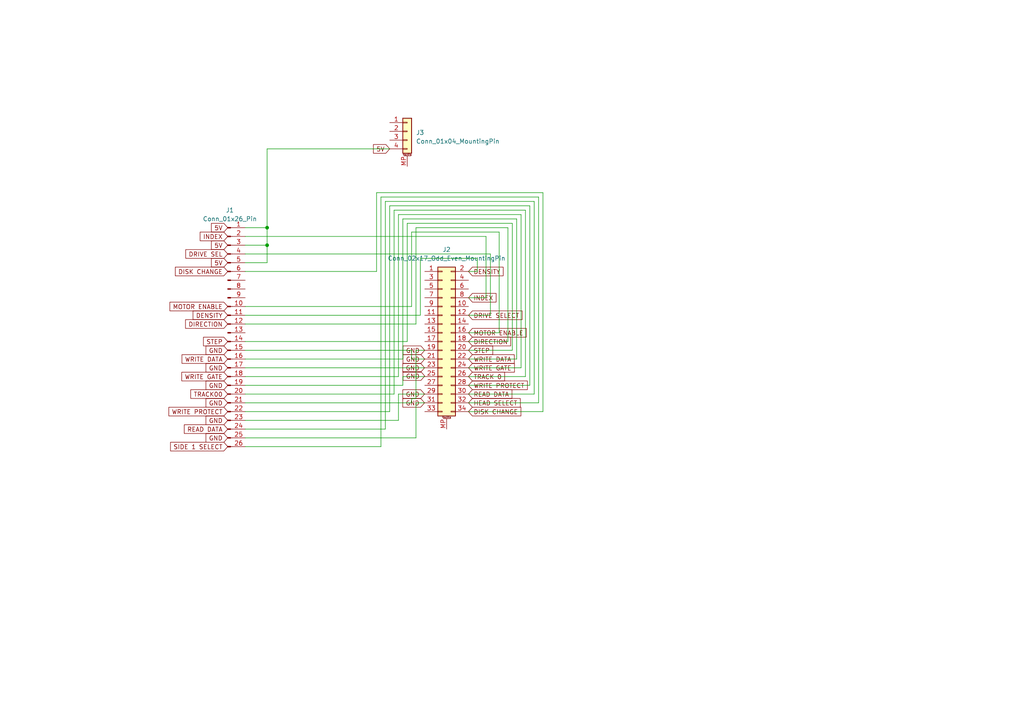
<source format=kicad_sch>
(kicad_sch (version 20250114) (generator "eeschema") (generator_version "9.0")
  (paper "A4")
  (lib_symbols
    (symbol "Connector:Conn_01x26_Pin" (pin_names (offset 1.016) (hide yes))
      (property "Reference" "J" (at 0 33.02 0))
      (property "Value" "Conn_01x26_Pin" (at 0 -35.56 0))
      (symbol "Conn_01x26_Pin_1_1"
        (rectangle (start 0.8636 30.607) (end 0 30.353) (stroke (width 0.1524)) (fill (type outline)))
        (rectangle (start 0.8636 28.067) (end 0 27.813) (stroke (width 0.1524)) (fill (type outline)))
        (rectangle (start 0.8636 25.527) (end 0 25.273) (stroke (width 0.1524)) (fill (type outline)))
        (rectangle (start 0.8636 22.987) (end 0 22.733) (stroke (width 0.1524)) (fill (type outline)))
        (rectangle (start 0.8636 20.447) (end 0 20.193) (stroke (width 0.1524)) (fill (type outline)))
        (rectangle (start 0.8636 17.907) (end 0 17.653) (stroke (width 0.1524)) (fill (type outline)))
        (rectangle (start 0.8636 15.367) (end 0 15.113) (stroke (width 0.1524)) (fill (type outline)))
        (rectangle (start 0.8636 12.827) (end 0 12.573) (stroke (width 0.1524)) (fill (type outline)))
        (rectangle (start 0.8636 10.287) (end 0 10.033) (stroke (width 0.1524)) (fill (type outline)))
        (rectangle (start 0.8636 7.747) (end 0 7.493) (stroke (width 0.1524)) (fill (type outline)))
        (rectangle (start 0.8636 5.207) (end 0 4.953) (stroke (width 0.1524)) (fill (type outline)))
        (rectangle (start 0.8636 2.667) (end 0 2.413) (stroke (width 0.1524)) (fill (type outline)))
        (rectangle (start 0.8636 0.127) (end 0 -0.127) (stroke (width 0.1524)) (fill (type outline)))
        (rectangle (start 0.8636 -2.413) (end 0 -2.667) (stroke (width 0.1524)) (fill (type outline)))
        (rectangle (start 0.8636 -4.953) (end 0 -5.207) (stroke (width 0.1524)) (fill (type outline)))
        (rectangle (start 0.8636 -7.493) (end 0 -7.747) (stroke (width 0.1524)) (fill (type outline)))
        (rectangle (start 0.8636 -10.033) (end 0 -10.287) (stroke (width 0.1524)) (fill (type outline)))
        (rectangle (start 0.8636 -12.573) (end 0 -12.827) (stroke (width 0.1524)) (fill (type outline)))
        (rectangle (start 0.8636 -15.113) (end 0 -15.367) (stroke (width 0.1524)) (fill (type outline)))
        (rectangle (start 0.8636 -17.653) (end 0 -17.907) (stroke (width 0.1524)) (fill (type outline)))
        (rectangle (start 0.8636 -20.193) (end 0 -20.447) (stroke (width 0.1524)) (fill (type outline)))
        (rectangle (start 0.8636 -22.733) (end 0 -22.987) (stroke (width 0.1524)) (fill (type outline)))
        (rectangle (start 0.8636 -25.273) (end 0 -25.527) (stroke (width 0.1524)) (fill (type outline)))
        (rectangle (start 0.8636 -27.813) (end 0 -28.067) (stroke (width 0.1524)) (fill (type outline)))
        (rectangle (start 0.8636 -30.353) (end 0 -30.607) (stroke (width 0.1524)) (fill (type outline)))
        (rectangle (start 0.8636 -32.893) (end 0 -33.147) (stroke (width 0.1524)) (fill (type outline)))
        (polyline (pts (xy 1.27 30.48) (xy 0.8636 30.48)) (stroke (width 0.1524)))
        (polyline (pts (xy 1.27 27.94) (xy 0.8636 27.94)) (stroke (width 0.1524)))
        (polyline (pts (xy 1.27 25.4) (xy 0.8636 25.4)) (stroke (width 0.1524)))
        (polyline (pts (xy 1.27 22.86) (xy 0.8636 22.86)) (stroke (width 0.1524)))
        (polyline (pts (xy 1.27 20.32) (xy 0.8636 20.32)) (stroke (width 0.1524)))
        (polyline (pts (xy 1.27 17.78) (xy 0.8636 17.78)) (stroke (width 0.1524)))
        (polyline (pts (xy 1.27 15.24) (xy 0.8636 15.24)) (stroke (width 0.1524)))
        (polyline (pts (xy 1.27 12.7) (xy 0.8636 12.7)) (stroke (width 0.1524)))
        (polyline (pts (xy 1.27 10.16) (xy 0.8636 10.16)) (stroke (width 0.1524)))
        (polyline (pts (xy 1.27 7.62) (xy 0.8636 7.62)) (stroke (width 0.1524)))
        (polyline (pts (xy 1.27 5.08) (xy 0.8636 5.08)) (stroke (width 0.1524)))
        (polyline (pts (xy 1.27 2.54) (xy 0.8636 2.54)) (stroke (width 0.1524)))
        (polyline (pts (xy 1.27 0) (xy 0.8636 0)) (stroke (width 0.1524)))
        (polyline (pts (xy 1.27 -2.54) (xy 0.8636 -2.54)) (stroke (width 0.1524)))
        (polyline (pts (xy 1.27 -5.08) (xy 0.8636 -5.08)) (stroke (width 0.1524)))
        (polyline (pts (xy 1.27 -7.62) (xy 0.8636 -7.62)) (stroke (width 0.1524)))
        (polyline (pts (xy 1.27 -10.16) (xy 0.8636 -10.16)) (stroke (width 0.1524)))
        (polyline (pts (xy 1.27 -12.7) (xy 0.8636 -12.7)) (stroke (width 0.1524)))
        (polyline (pts (xy 1.27 -15.24) (xy 0.8636 -15.24)) (stroke (width 0.1524)))
        (polyline (pts (xy 1.27 -17.78) (xy 0.8636 -17.78)) (stroke (width 0.1524)))
        (polyline (pts (xy 1.27 -20.32) (xy 0.8636 -20.32)) (stroke (width 0.1524)))
        (polyline (pts (xy 1.27 -22.86) (xy 0.8636 -22.86)) (stroke (width 0.1524)))
        (polyline (pts (xy 1.27 -25.4) (xy 0.8636 -25.4)) (stroke (width 0.1524)))
        (polyline (pts (xy 1.27 -27.94) (xy 0.8636 -27.94)) (stroke (width 0.1524)))
        (polyline (pts (xy 1.27 -30.48) (xy 0.8636 -30.48)) (stroke (width 0.1524)))
        (polyline (pts (xy 1.27 -33.02) (xy 0.8636 -33.02)) (stroke (width 0.1524)))
        (pin passive line (at 5.08 30.48 180) (length 3.81) (name "Pin_1") (number "1"))
        (pin passive line (at 5.08 27.94 180) (length 3.81) (name "Pin_2") (number "2"))
        (pin passive line (at 5.08 25.4 180) (length 3.81) (name "Pin_3") (number "3"))
        (pin passive line (at 5.08 22.86 180) (length 3.81) (name "Pin_4") (number "4"))
        (pin passive line (at 5.08 20.32 180) (length 3.81) (name "Pin_5") (number "5"))
        (pin passive line (at 5.08 17.78 180) (length 3.81) (name "Pin_6") (number "6"))
        (pin passive line (at 5.08 15.24 180) (length 3.81) (name "Pin_7") (number "7"))
        (pin passive line (at 5.08 12.7 180) (length 3.81) (name "Pin_8") (number "8"))
        (pin passive line (at 5.08 10.16 180) (length 3.81) (name "Pin_9") (number "9"))
        (pin passive line (at 5.08 7.62 180) (length 3.81) (name "Pin_10") (number "10"))
        (pin passive line (at 5.08 5.08 180) (length 3.81) (name "Pin_11") (number "11"))
        (pin passive line (at 5.08 2.54 180) (length 3.81) (name "Pin_12") (number "12"))
        (pin passive line (at 5.08 0 180) (length 3.81) (name "Pin_13") (number "13"))
        (pin passive line (at 5.08 -2.54 180) (length 3.81) (name "Pin_14") (number "14"))
        (pin passive line (at 5.08 -5.08 180) (length 3.81) (name "Pin_15") (number "15"))
        (pin passive line (at 5.08 -7.62 180) (length 3.81) (name "Pin_16") (number "16"))
        (pin passive line (at 5.08 -10.16 180) (length 3.81) (name "Pin_17") (number "17"))
        (pin passive line (at 5.08 -12.7 180) (length 3.81) (name "Pin_18") (number "18"))
        (pin passive line (at 5.08 -15.24 180) (length 3.81) (name "Pin_19") (number "19"))
        (pin passive line (at 5.08 -17.78 180) (length 3.81) (name "Pin_20") (number "20"))
        (pin passive line (at 5.08 -20.32 180) (length 3.81) (name "Pin_21") (number "21"))
        (pin passive line (at 5.08 -22.86 180) (length 3.81) (name "Pin_22") (number "22"))
        (pin passive line (at 5.08 -25.4 180) (length 3.81) (name "Pin_23") (number "23"))
        (pin passive line (at 5.08 -27.94 180) (length 3.81) (name "Pin_24") (number "24"))
        (pin passive line (at 5.08 -30.48 180) (length 3.81) (name "Pin_25") (number "25"))
        (pin passive line (at 5.08 -33.02 180) (length 3.81) (name "Pin_26") (number "26"))
      )
    )
    (symbol "Connector_Generic_MountingPin:Conn_01x04_MountingPin" (pin_names (offset 1.016) (hide yes))
      (property "Reference" "J" (at 0 5.08 0))
      (property "Value" "Conn_01x04_MountingPin" (at 1.27 -7.62 0))
      (symbol "Conn_01x04_MountingPin_1_1"
        (rectangle (start -1.27 3.81) (end 1.27 -6.35) (stroke (width 0.254)) (fill (type background)))
        (rectangle (start -1.27 2.667) (end 0 2.413) (stroke (width 0.1524)))
        (rectangle (start -1.27 0.127) (end 0 -0.127) (stroke (width 0.1524)))
        (rectangle (start -1.27 -2.413) (end 0 -2.667) (stroke (width 0.1524)))
        (rectangle (start -1.27 -4.953) (end 0 -5.207) (stroke (width 0.1524)))
        (polyline (pts (xy -1.016 -7.112) (xy 1.016 -7.112)) (stroke (width 0.1524)))
        (text "Mounting" (at 0 -6.731 0) (effects (font (size 0.381 0.381))))
        (pin passive line (at -5.08 2.54 0) (length 3.81) (name "Pin_1") (number "1"))
        (pin passive line (at -5.08 0 0) (length 3.81) (name "Pin_2") (number "2"))
        (pin passive line (at -5.08 -2.54 0) (length 3.81) (name "Pin_3") (number "3"))
        (pin passive line (at -5.08 -5.08 0) (length 3.81) (name "Pin_4") (number "4"))
        (pin passive line (at 0 -10.16 90) (length 3.048) (name "MountPin") (number "MP"))
      )
    )
    (symbol "Connector_Generic_MountingPin:Conn_02x17_Odd_Even_MountingPin" (pin_names (offset 1.016) (hide yes))
      (property "Reference" "J" (at 1.27 22.86 0))
      (property "Value" "Conn_02x17_Odd_Even_MountingPin" (at 2.54 -22.86 0))
      (symbol "Conn_02x17_Odd_Even_MountingPin_1_1"
        (rectangle (start -1.27 21.59) (end 3.81 -21.59) (stroke (width 0.254)) (fill (type background)))
        (rectangle (start -1.27 20.447) (end 0 20.193) (stroke (width 0.1524)))
        (rectangle (start -1.27 17.907) (end 0 17.653) (stroke (width 0.1524)))
        (rectangle (start -1.27 15.367) (end 0 15.113) (stroke (width 0.1524)))
        (rectangle (start -1.27 12.827) (end 0 12.573) (stroke (width 0.1524)))
        (rectangle (start -1.27 10.287) (end 0 10.033) (stroke (width 0.1524)))
        (rectangle (start -1.27 7.747) (end 0 7.493) (stroke (width 0.1524)))
        (rectangle (start -1.27 5.207) (end 0 4.953) (stroke (width 0.1524)))
        (rectangle (start -1.27 2.667) (end 0 2.413) (stroke (width 0.1524)))
        (rectangle (start -1.27 0.127) (end 0 -0.127) (stroke (width 0.1524)))
        (rectangle (start -1.27 -2.413) (end 0 -2.667) (stroke (width 0.1524)))
        (rectangle (start -1.27 -4.953) (end 0 -5.207) (stroke (width 0.1524)))
        (rectangle (start -1.27 -7.493) (end 0 -7.747) (stroke (width 0.1524)))
        (rectangle (start -1.27 -10.033) (end 0 -10.287) (stroke (width 0.1524)))
        (rectangle (start -1.27 -12.573) (end 0 -12.827) (stroke (width 0.1524)))
        (rectangle (start -1.27 -15.113) (end 0 -15.367) (stroke (width 0.1524)))
        (rectangle (start -1.27 -17.653) (end 0 -17.907) (stroke (width 0.1524)))
        (rectangle (start -1.27 -20.193) (end 0 -20.447) (stroke (width 0.1524)))
        (polyline (pts (xy 0.254 -22.352) (xy 2.286 -22.352)) (stroke (width 0.1524)))
        (rectangle (start 3.81 20.447) (end 2.54 20.193) (stroke (width 0.1524)))
        (rectangle (start 3.81 17.907) (end 2.54 17.653) (stroke (width 0.1524)))
        (rectangle (start 3.81 15.367) (end 2.54 15.113) (stroke (width 0.1524)))
        (rectangle (start 3.81 12.827) (end 2.54 12.573) (stroke (width 0.1524)))
        (rectangle (start 3.81 10.287) (end 2.54 10.033) (stroke (width 0.1524)))
        (rectangle (start 3.81 7.747) (end 2.54 7.493) (stroke (width 0.1524)))
        (rectangle (start 3.81 5.207) (end 2.54 4.953) (stroke (width 0.1524)))
        (rectangle (start 3.81 2.667) (end 2.54 2.413) (stroke (width 0.1524)))
        (rectangle (start 3.81 0.127) (end 2.54 -0.127) (stroke (width 0.1524)))
        (rectangle (start 3.81 -2.413) (end 2.54 -2.667) (stroke (width 0.1524)))
        (rectangle (start 3.81 -4.953) (end 2.54 -5.207) (stroke (width 0.1524)))
        (rectangle (start 3.81 -7.493) (end 2.54 -7.747) (stroke (width 0.1524)))
        (rectangle (start 3.81 -10.033) (end 2.54 -10.287) (stroke (width 0.1524)))
        (rectangle (start 3.81 -12.573) (end 2.54 -12.827) (stroke (width 0.1524)))
        (rectangle (start 3.81 -15.113) (end 2.54 -15.367) (stroke (width 0.1524)))
        (rectangle (start 3.81 -17.653) (end 2.54 -17.907) (stroke (width 0.1524)))
        (rectangle (start 3.81 -20.193) (end 2.54 -20.447) (stroke (width 0.1524)))
        (text "Mounting" (at 1.27 -21.971 0) (effects (font (size 0.381 0.381))))
        (pin passive line (at -5.08 20.32 0) (length 3.81) (name "Pin_1") (number "1"))
        (pin passive line (at -5.08 17.78 0) (length 3.81) (name "Pin_3") (number "3"))
        (pin passive line (at -5.08 15.24 0) (length 3.81) (name "Pin_5") (number "5"))
        (pin passive line (at -5.08 12.7 0) (length 3.81) (name "Pin_7") (number "7"))
        (pin passive line (at -5.08 10.16 0) (length 3.81) (name "Pin_9") (number "9"))
        (pin passive line (at -5.08 7.62 0) (length 3.81) (name "Pin_11") (number "11"))
        (pin passive line (at -5.08 5.08 0) (length 3.81) (name "Pin_13") (number "13"))
        (pin passive line (at -5.08 2.54 0) (length 3.81) (name "Pin_15") (number "15"))
        (pin passive line (at -5.08 0 0) (length 3.81) (name "Pin_17") (number "17"))
        (pin passive line (at -5.08 -2.54 0) (length 3.81) (name "Pin_19") (number "19"))
        (pin passive line (at -5.08 -5.08 0) (length 3.81) (name "Pin_21") (number "21"))
        (pin passive line (at -5.08 -7.62 0) (length 3.81) (name "Pin_23") (number "23"))
        (pin passive line (at -5.08 -10.16 0) (length 3.81) (name "Pin_25") (number "25"))
        (pin passive line (at -5.08 -12.7 0) (length 3.81) (name "Pin_27") (number "27"))
        (pin passive line (at -5.08 -15.24 0) (length 3.81) (name "Pin_29") (number "29"))
        (pin passive line (at -5.08 -17.78 0) (length 3.81) (name "Pin_31") (number "31"))
        (pin passive line (at -5.08 -20.32 0) (length 3.81) (name "Pin_33") (number "33"))
        (pin passive line (at 1.27 -25.4 90) (length 3.048) (name "MountPin") (number "MP"))
        (pin passive line (at 7.62 20.32 180) (length 3.81) (name "Pin_2") (number "2"))
        (pin passive line (at 7.62 17.78 180) (length 3.81) (name "Pin_4") (number "4"))
        (pin passive line (at 7.62 15.24 180) (length 3.81) (name "Pin_6") (number "6"))
        (pin passive line (at 7.62 12.7 180) (length 3.81) (name "Pin_8") (number "8"))
        (pin passive line (at 7.62 10.16 180) (length 3.81) (name "Pin_10") (number "10"))
        (pin passive line (at 7.62 7.62 180) (length 3.81) (name "Pin_12") (number "12"))
        (pin passive line (at 7.62 5.08 180) (length 3.81) (name "Pin_14") (number "14"))
        (pin passive line (at 7.62 2.54 180) (length 3.81) (name "Pin_16") (number "16"))
        (pin passive line (at 7.62 0 180) (length 3.81) (name "Pin_18") (number "18"))
        (pin passive line (at 7.62 -2.54 180) (length 3.81) (name "Pin_20") (number "20"))
        (pin passive line (at 7.62 -5.08 180) (length 3.81) (name "Pin_22") (number "22"))
        (pin passive line (at 7.62 -7.62 180) (length 3.81) (name "Pin_24") (number "24"))
        (pin passive line (at 7.62 -10.16 180) (length 3.81) (name "Pin_26") (number "26"))
        (pin passive line (at 7.62 -12.7 180) (length 3.81) (name "Pin_28") (number "28"))
        (pin passive line (at 7.62 -15.24 180) (length 3.81) (name "Pin_30") (number "30"))
        (pin passive line (at 7.62 -17.78 180) (length 3.81) (name "Pin_32") (number "32"))
        (pin passive line (at 7.62 -20.32 180) (length 3.81) (name "Pin_34") (number "34"))
      )
    )
  )
  (junction (at 77.47 66.04))
  (junction (at 77.47 71.12))
  (wire (pts (xy 71.12 93.98) (xy 120.65 93.98)))
  (wire (pts (xy 113.03 119.38) (xy 113.03 59.69)))
  (wire (pts (xy 120.65 115.57) (xy 120.65 101.6)))
  (wire (pts (xy 114.3 60.96) (xy 152.4 60.96)))
  (wire (pts (xy 119.38 88.9) (xy 119.38 67.31)))
  (wire (pts (xy 77.47 71.12) (xy 77.47 76.2)))
  (wire (pts (xy 120.65 66.04) (xy 147.32 66.04)))
  (wire (pts (xy 110.49 57.15) (xy 156.21 57.15)))
  (wire (pts (xy 153.67 59.69) (xy 153.67 111.76)))
  (wire (pts (xy 157.48 119.38) (xy 157.48 55.88)))
  (wire (pts (xy 138.43 74.93) (xy 121.92 74.93)))
  (wire (pts (xy 123.19 104.14) (xy 119.38 104.14)))
  (wire (pts (xy 115.57 109.22) (xy 115.57 62.23)))
  (wire (pts (xy 71.12 124.46) (xy 111.76 124.46)))
  (wire (pts (xy 156.21 116.84) (xy 135.89 116.84)))
  (wire (pts (xy 153.67 111.76) (xy 135.89 111.76)))
  (wire (pts (xy 71.12 99.06) (xy 118.11 99.06)))
  (wire (pts (xy 77.47 66.04) (xy 71.12 66.04)))
  (wire (pts (xy 151.13 106.68) (xy 135.89 106.68)))
  (wire (pts (xy 148.59 64.77) (xy 148.59 101.6)))
  (wire (pts (xy 115.57 121.92) (xy 71.12 121.92)))
  (wire (pts (xy 109.22 55.88) (xy 109.22 78.74)))
  (wire (pts (xy 121.92 74.93) (xy 121.92 91.44)))
  (wire (pts (xy 71.12 129.54) (xy 110.49 129.54)))
  (wire (pts (xy 71.12 116.84) (xy 119.38 116.84)))
  (wire (pts (xy 149.86 104.14) (xy 135.89 104.14)))
  (wire (pts (xy 77.47 43.18) (xy 77.47 66.04)))
  (wire (pts (xy 113.03 59.69) (xy 153.67 59.69)))
  (wire (pts (xy 111.76 124.46) (xy 111.76 58.42)))
  (wire (pts (xy 111.76 58.42) (xy 154.94 58.42)))
  (wire (pts (xy 120.65 101.6) (xy 123.19 101.6)))
  (wire (pts (xy 119.38 101.6) (xy 71.12 101.6)))
  (wire (pts (xy 116.84 109.22) (xy 116.84 111.76)))
  (wire (pts (xy 115.57 62.23) (xy 151.13 62.23)))
  (wire (pts (xy 142.24 73.66) (xy 142.24 91.44)))
  (wire (pts (xy 135.89 78.74) (xy 138.43 78.74)))
  (wire (pts (xy 140.97 86.36) (xy 135.89 86.36)))
  (wire (pts (xy 71.12 114.3) (xy 114.3 114.3)))
  (wire (pts (xy 120.65 116.84) (xy 123.19 116.84)))
  (wire (pts (xy 120.65 127) (xy 120.65 116.84)))
  (wire (pts (xy 116.84 63.5) (xy 149.86 63.5)))
  (wire (pts (xy 123.19 109.22) (xy 116.84 109.22)))
  (wire (pts (xy 154.94 58.42) (xy 154.94 114.3)))
  (wire (pts (xy 157.48 55.88) (xy 109.22 55.88)))
  (wire (pts (xy 116.84 111.76) (xy 71.12 111.76)))
  (wire (pts (xy 71.12 88.9) (xy 119.38 88.9)))
  (wire (pts (xy 121.92 91.44) (xy 71.12 91.44)))
  (wire (pts (xy 135.89 99.06) (xy 147.32 99.06)))
  (wire (pts (xy 71.12 106.68) (xy 123.19 106.68)))
  (wire (pts (xy 156.21 57.15) (xy 156.21 116.84)))
  (wire (pts (xy 110.49 129.54) (xy 110.49 57.15)))
  (wire (pts (xy 135.89 109.22) (xy 152.4 109.22)))
  (wire (pts (xy 118.11 64.77) (xy 148.59 64.77)))
  (wire (pts (xy 144.78 96.52) (xy 135.89 96.52)))
  (wire (pts (xy 152.4 60.96) (xy 152.4 109.22)))
  (wire (pts (xy 148.59 101.6) (xy 135.89 101.6)))
  (wire (pts (xy 77.47 76.2) (xy 71.12 76.2)))
  (wire (pts (xy 119.38 104.14) (xy 119.38 101.6)))
  (wire (pts (xy 144.78 67.31) (xy 144.78 96.52)))
  (wire (pts (xy 109.22 78.74) (xy 71.12 78.74)))
  (wire (pts (xy 77.47 71.12) (xy 71.12 71.12)))
  (wire (pts (xy 71.12 104.14) (xy 116.84 104.14)))
  (wire (pts (xy 119.38 116.84) (xy 119.38 115.57)))
  (wire (pts (xy 135.89 119.38) (xy 157.48 119.38)))
  (wire (pts (xy 138.43 78.74) (xy 138.43 74.93)))
  (wire (pts (xy 154.94 114.3) (xy 135.89 114.3)))
  (wire (pts (xy 77.47 66.04) (xy 77.47 71.12)))
  (wire (pts (xy 151.13 62.23) (xy 151.13 106.68)))
  (wire (pts (xy 71.12 127) (xy 120.65 127)))
  (wire (pts (xy 71.12 68.58) (xy 140.97 68.58)))
  (wire (pts (xy 116.84 104.14) (xy 116.84 63.5)))
  (wire (pts (xy 119.38 115.57) (xy 120.65 115.57)))
  (wire (pts (xy 120.65 93.98) (xy 120.65 66.04)))
  (wire (pts (xy 149.86 63.5) (xy 149.86 104.14)))
  (wire (pts (xy 71.12 119.38) (xy 113.03 119.38)))
  (wire (pts (xy 140.97 68.58) (xy 140.97 86.36)))
  (wire (pts (xy 71.12 109.22) (xy 115.57 109.22)))
  (wire (pts (xy 115.57 114.3) (xy 115.57 121.92)))
  (wire (pts (xy 113.03 43.18) (xy 77.47 43.18)))
  (wire (pts (xy 123.19 114.3) (xy 115.57 114.3)))
  (wire (pts (xy 71.12 73.66) (xy 142.24 73.66)))
  (wire (pts (xy 147.32 66.04) (xy 147.32 99.06)))
  (wire (pts (xy 142.24 91.44) (xy 135.89 91.44)))
  (wire (pts (xy 118.11 99.06) (xy 118.11 64.77)))
  (wire (pts (xy 114.3 114.3) (xy 114.3 60.96)))
  (wire (pts (xy 119.38 67.31) (xy 144.78 67.31)))
  (global_label "HEAD SELECT" (shape input) (at 135.89 116.84 0) (property "Intersheetrefs" "${INTERSHEET_REFS}" (effects (hide yes))))
  (global_label "DIRECTION" (shape input) (at 135.89 99.06 0) (property "Intersheetrefs" "${INTERSHEET_REFS}" (effects (hide yes))))
  (global_label "DISK CHANGE" (shape input) (at 66.04 78.74 180) (property "Intersheetrefs" "${INTERSHEET_REFS}" (effects (hide yes))))
  (global_label "WRITE GATE" (shape input) (at 135.89 106.68 0) (property "Intersheetrefs" "${INTERSHEET_REFS}" (effects (hide yes))))
  (global_label "GND" (shape input) (at 66.04 121.92 180) (property "Intersheetrefs" "${INTERSHEET_REFS}" (effects (hide yes))))
  (global_label "WRITE PROTECT" (shape input) (at 66.04 119.38 180) (property "Intersheetrefs" "${INTERSHEET_REFS}" (effects (hide yes))))
  (global_label "GND" (shape input) (at 66.04 111.76 180) (property "Intersheetrefs" "${INTERSHEET_REFS}" (effects (hide yes))))
  (global_label "READ DATA" (shape input) (at 135.89 114.3 0) (property "Intersheetrefs" "${INTERSHEET_REFS}" (effects (hide yes))))
  (global_label "GND" (shape input) (at 123.1361 106.68 180) (property "Intersheetrefs" "${INTERSHEET_REFS}" (effects (hide yes))))
  (global_label "DENSITY" (shape input) (at 135.89 78.74 0) (property "Intersheetrefs" "${INTERSHEET_REFS}" (effects (hide yes))))
  (global_label "5V" (shape input) (at 66.04 71.12 180) (property "Intersheetrefs" "${INTERSHEET_REFS}" (effects (hide yes))))
  (global_label "DRIVE SELECT" (shape input) (at 135.89 91.44 0) (property "Intersheetrefs" "${INTERSHEET_REFS}" (effects (hide yes))))
  (global_label "DRIVE SEL" (shape input) (at 66.04 73.66 180) (property "Intersheetrefs" "${INTERSHEET_REFS}" (effects (hide yes))))
  (global_label "5V" (shape input) (at 66.04 76.2 180) (property "Intersheetrefs" "${INTERSHEET_REFS}" (effects (hide yes))))
  (global_label "5V" (shape input) (at 113.03 43.18 180) (property "Intersheetrefs" "${INTERSHEET_REFS}" (effects (hide yes))))
  (global_label "TRACK00" (shape input) (at 66.04 114.3 180) (property "Intersheetrefs" "${INTERSHEET_REFS}" (effects (hide yes))))
  (global_label "GND" (shape input) (at 123.1361 114.3 180) (property "Intersheetrefs" "${INTERSHEET_REFS}" (effects (hide yes))))
  (global_label "SIDE 1 SELECT" (shape input) (at 66.04 129.54 180) (property "Intersheetrefs" "${INTERSHEET_REFS}" (effects (hide yes))))
  (global_label "GND" (shape input) (at 123.19 104.14 180) (property "Intersheetrefs" "${INTERSHEET_REFS}" (effects (hide yes))))
  (global_label "TRACK 0" (shape input) (at 135.89 109.22 0) (property "Intersheetrefs" "${INTERSHEET_REFS}" (effects (hide yes))))
  (global_label "GND" (shape input) (at 123.1361 116.84 180) (property "Intersheetrefs" "${INTERSHEET_REFS}" (effects (hide yes))))
  (global_label "GND" (shape input) (at 66.04 116.84 180) (property "Intersheetrefs" "${INTERSHEET_REFS}" (effects (hide yes))))
  (global_label "STEP" (shape input) (at 66.04 99.06 180) (property "Intersheetrefs" "${INTERSHEET_REFS}" (effects (hide yes))))
  (global_label "MOTOR ENABLE" (shape input) (at 135.89 96.52 0) (property "Intersheetrefs" "${INTERSHEET_REFS}" (effects (hide yes))))
  (global_label "5V" (shape input) (at 66.04 66.04 180) (property "Intersheetrefs" "${INTERSHEET_REFS}" (effects (hide yes))))
  (global_label "INDEX" (shape input) (at 135.89 86.36 0) (property "Intersheetrefs" "${INTERSHEET_REFS}" (effects (hide yes))))
  (global_label "WRITE DATA" (shape input) (at 66.04 104.14 180) (property "Intersheetrefs" "${INTERSHEET_REFS}" (effects (hide yes))))
  (global_label "DIRECTION" (shape input) (at 66.04 93.98 180) (property "Intersheetrefs" "${INTERSHEET_REFS}" (effects (hide yes))))
  (global_label "WRITE GATE" (shape input) (at 66.04 109.22 180) (property "Intersheetrefs" "${INTERSHEET_REFS}" (effects (hide yes))))
  (global_label "WRITE PROTECT" (shape input) (at 135.89 111.76 0) (property "Intersheetrefs" "${INTERSHEET_REFS}" (effects (hide yes))))
  (global_label "STEP" (shape input) (at 135.89 101.6 0) (property "Intersheetrefs" "${INTERSHEET_REFS}" (effects (hide yes))))
  (global_label "WRITE DATA" (shape input) (at 135.89 104.14 0) (property "Intersheetrefs" "${INTERSHEET_REFS}" (effects (hide yes))))
  (global_label "READ DATA" (shape input) (at 66.04 124.46 180) (property "Intersheetrefs" "${INTERSHEET_REFS}" (effects (hide yes))))
  (global_label "GND" (shape input) (at 66.04 127 180) (property "Intersheetrefs" "${INTERSHEET_REFS}" (effects (hide yes))))
  (global_label "DISK CHANGE" (shape input) (at 135.89 119.38 0) (property "Intersheetrefs" "${INTERSHEET_REFS}" (effects (hide yes))))
  (global_label "GND" (shape input) (at 123.19 109.0663 180) (property "Intersheetrefs" "${INTERSHEET_REFS}" (effects (hide yes))))
  (global_label "MOTOR ENABLE" (shape input) (at 66.04 88.9 180) (property "Intersheetrefs" "${INTERSHEET_REFS}" (effects (hide yes))))
  (global_label "GND" (shape input) (at 123.19 101.6 180) (property "Intersheetrefs" "${INTERSHEET_REFS}" (effects (hide yes))))
  (global_label "GND" (shape input) (at 66.04 101.6 180) (property "Intersheetrefs" "${INTERSHEET_REFS}" (effects (hide yes))))
  (global_label "DENSITY" (shape input) (at 66.04 91.44 180) (property "Intersheetrefs" "${INTERSHEET_REFS}" (effects (hide yes))))
  (global_label "INDEX" (shape input) (at 66.04 68.58 180) (property "Intersheetrefs" "${INTERSHEET_REFS}" (effects (hide yes))))
  (global_label "GND" (shape input) (at 66.04 106.68 180) (property "Intersheetrefs" "${INTERSHEET_REFS}" (effects (hide yes))))
  (symbol (lib_id "Connector_Generic_MountingPin:Conn_02x17_Odd_Even_MountingPin") (at 128.27 99.06 0) (unit 1)
    (property "Reference" "J2" (at 129.54 72.39 0))
    (property "Value" "Conn_02x17_Odd_Even_MountingPin" (at 129.54 74.93 0))
    (property "Footprint" "Floppy Connectors:Floppy-Shugart-34-PIN" (effects (hide yes)))
    (property "Description" "Generic connectable mounting pin connector, double row, 02x17, odd/even pin numbering scheme (row 1 odd numbers, row 2 even numbers), script generated (kicad-library-utils/schlib/autogen/connector/)" (effects (hide yes)))
  )
  (symbol (lib_id "Connector:Conn_01x26_Pin") (at 66.04 96.52 0) (unit 1)
    (property "Reference" "J1" (at 66.675 60.96 0))
    (property "Value" "Conn_01x26_Pin" (at 66.675 63.5 0))
    (property "Footprint" "Connector_FFC-FPC:TE_2-84952-5_1x25-1MP_P1.0mm_Horizontal" (effects (hide yes)))
    (property "Description" "Generic connector, single row, 01x26, script generated" (effects (hide yes)))
  )
  (symbol (lib_id "Connector_Generic_MountingPin:Conn_01x04_MountingPin") (at 118.11 38.1 0) (unit 1)
    (property "Reference" "J3" (at 120.65 38.4555 0) (effects (justify left)))
    (property "Value" "Conn_01x04_MountingPin" (at 120.65 40.9955 0) (effects (justify left)))
    (property "Footprint" "Connector_Molex:Molex_CLIK-Mate_502386-0470_1x04-1MP_P1.25mm_Horizontal" (effects (hide yes)))
    (property "Description" "Generic connectable mounting pin connector, single row, 01x04, script generated (kicad-library-utils/schlib/autogen/connector/)" (effects (hide yes)))
  )
)
</source>
